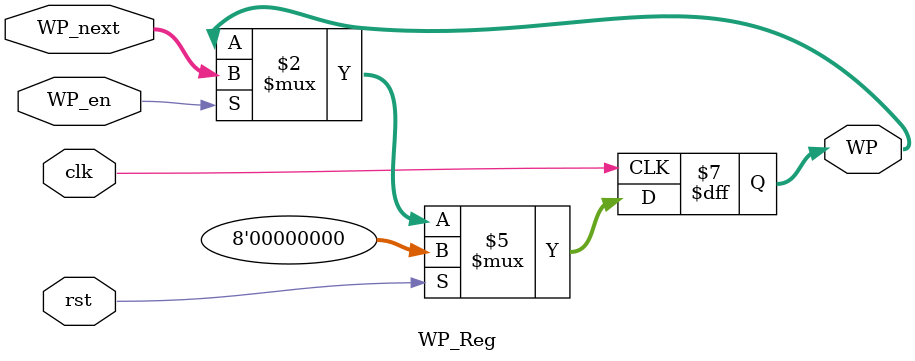
<source format=v>
`timescale 1ns / 1ps

module WP_Reg
(
    input clk,
    input rst,
    input WP_en,
    input [7:0] WP_next,

    output reg [7:0] WP
);

    always @(posedge clk) begin
        if (rst) begin
            WP <= 0;
        end
        else if(WP_en) begin
            WP <= WP_next;
        end
    end

endmodule
</source>
